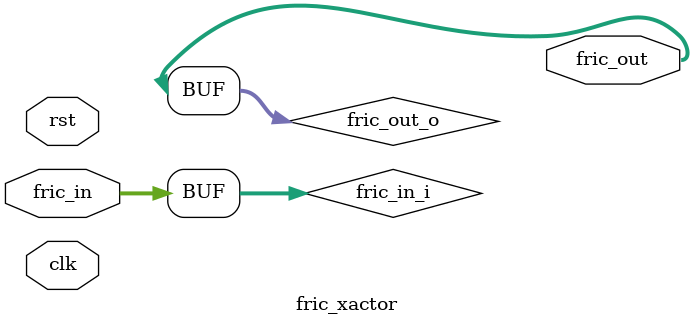
<source format=v>
/****************************************************************************
 * Copyright (c) 2009 by Focus Robotics. All rights reserved.
 *
 * This program is an unpublished work fully protected by the United States 
 * copyright laws and is considered a trade secret belonging to the copyright
 * holder. No part of this design may be reproduced stored in a retrieval 
 * system, or transmitted, in any form or by any means, electronic, 
 * mechanical, photocopying, recording, or otherwise, without prior written 
 * permission of Focus Robotics, Inc.
 *
 * Proprietary and Confidential
 *
 * Created By   :  Andrew Worcester
 * Creation_Date:  Mon Apr  6 2009
 * 
 * Brief Description:
 * 
 * Functionality:
 * 
 * Issues:
 * 
 * Limitations:
 * 
 * Testing:
 * 
 * Synthesis:
 * 
 ******************************************************************************/

module fric_xactor
  (
   clk,
   rst,
   fric_in,
   fric_out
   );

   input           clk;
   input 	   rst;
   input [7:0] 	   fric_in;
   output [7:0]    fric_out;

   reg [7:0] 	   fric_out_o;
   wire [7:0] 	   fric_in_i;
   
   assign #1 	   fric_out = fric_out_o;
   assign #1 	   fric_in_i = fric_in;
   

endmodule // fric_xactor







</source>
